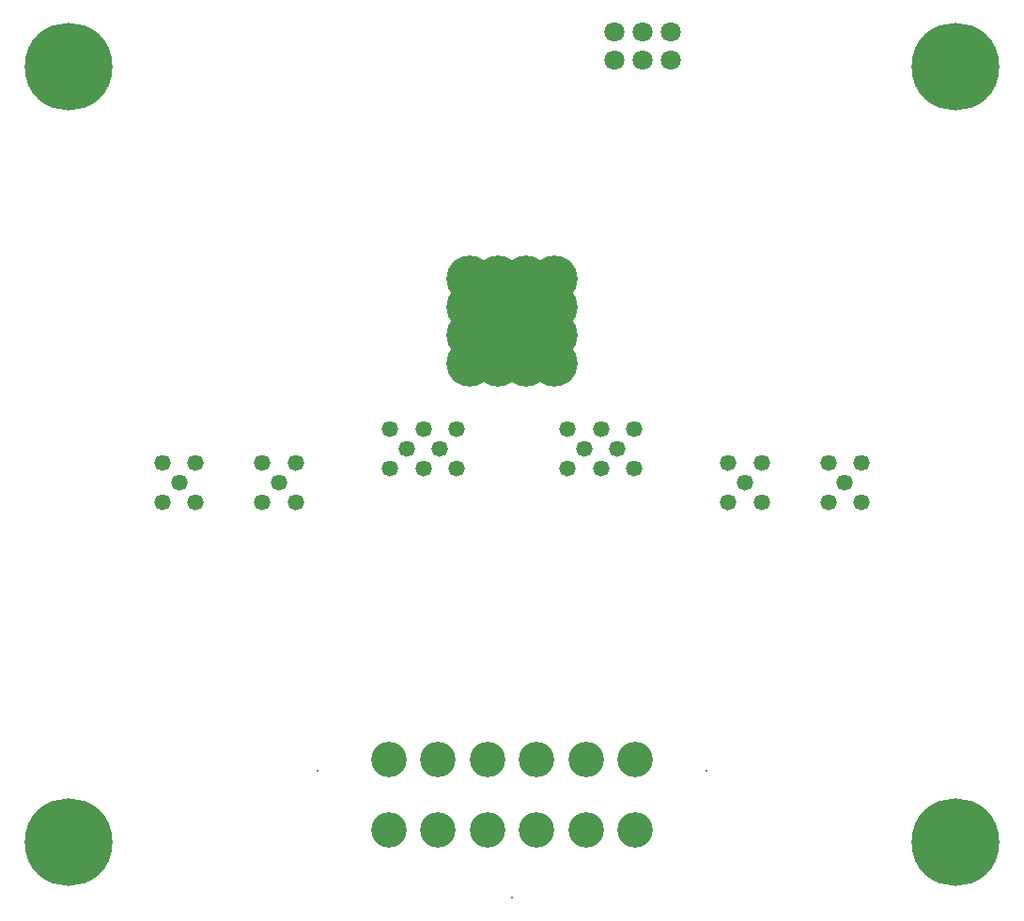
<source format=gbs>
G04 Layer_Color=16711935*
%FSLAX25Y25*%
%MOIN*%
G70*
G01*
G75*
%ADD73C,0.16535*%
%ADD74C,0.31102*%
%ADD75C,0.07087*%
%ADD76C,0.00787*%
%ADD77C,0.12598*%
%ADD78C,0.05787*%
%ADD79C,0.03150*%
D73*
X181850Y239409D02*
D03*
X191850D02*
D03*
X181850Y229410D02*
D03*
Y219409D02*
D03*
Y209409D02*
D03*
X191850D02*
D03*
Y219409D02*
D03*
Y229410D02*
D03*
X201850D02*
D03*
Y219409D02*
D03*
Y209409D02*
D03*
Y239409D02*
D03*
X211850Y229410D02*
D03*
Y219409D02*
D03*
Y209409D02*
D03*
Y239409D02*
D03*
D74*
X354331Y314961D02*
D03*
X39370D02*
D03*
Y39370D02*
D03*
X354331D02*
D03*
D75*
X233307Y327165D02*
D03*
X253307D02*
D03*
X243307D02*
D03*
Y317165D02*
D03*
X253307D02*
D03*
X233307D02*
D03*
D76*
X265900Y64685D02*
D03*
X127800D02*
D03*
X196850Y19685D02*
D03*
D77*
X153056Y43685D02*
D03*
X205556D02*
D03*
X170556D02*
D03*
X188056D02*
D03*
Y68685D02*
D03*
X170556D02*
D03*
X205556D02*
D03*
X153056D02*
D03*
X240556D02*
D03*
X223056D02*
D03*
Y43685D02*
D03*
X240556D02*
D03*
D78*
X314961Y167126D02*
D03*
X309055Y174016D02*
D03*
Y160236D02*
D03*
X320866D02*
D03*
Y174016D02*
D03*
X240158Y172244D02*
D03*
Y186024D02*
D03*
X234252Y179134D02*
D03*
X222441D02*
D03*
X216535Y186024D02*
D03*
Y172244D02*
D03*
X228346D02*
D03*
Y186024D02*
D03*
X177165Y172244D02*
D03*
Y186024D02*
D03*
X171260Y179134D02*
D03*
X159449D02*
D03*
X153543Y186024D02*
D03*
Y172244D02*
D03*
X165354D02*
D03*
Y186024D02*
D03*
X84646Y174016D02*
D03*
Y160236D02*
D03*
X72835D02*
D03*
Y174016D02*
D03*
X78740Y167126D02*
D03*
X114173Y167126D02*
D03*
X108268Y174016D02*
D03*
Y160236D02*
D03*
X120079D02*
D03*
Y174016D02*
D03*
X285433D02*
D03*
Y160236D02*
D03*
X273622D02*
D03*
Y174016D02*
D03*
X279528Y167126D02*
D03*
D79*
X364961Y314961D02*
D03*
X354331Y304331D02*
D03*
Y325590D02*
D03*
X343701Y314961D02*
D03*
X346850Y322441D02*
D03*
Y307480D02*
D03*
X361811D02*
D03*
Y322441D02*
D03*
X50000Y314961D02*
D03*
X39370Y304331D02*
D03*
Y325590D02*
D03*
X28740Y314961D02*
D03*
X31890Y322441D02*
D03*
Y307480D02*
D03*
X46850D02*
D03*
Y322441D02*
D03*
X50000Y39370D02*
D03*
X39370Y28740D02*
D03*
Y50000D02*
D03*
X28740Y39370D02*
D03*
X31890Y46850D02*
D03*
Y31890D02*
D03*
X46850D02*
D03*
Y46850D02*
D03*
X364961Y39370D02*
D03*
X354331Y28740D02*
D03*
Y50000D02*
D03*
X343701Y39370D02*
D03*
X346850Y46850D02*
D03*
Y31890D02*
D03*
X361811D02*
D03*
Y46850D02*
D03*
M02*

</source>
